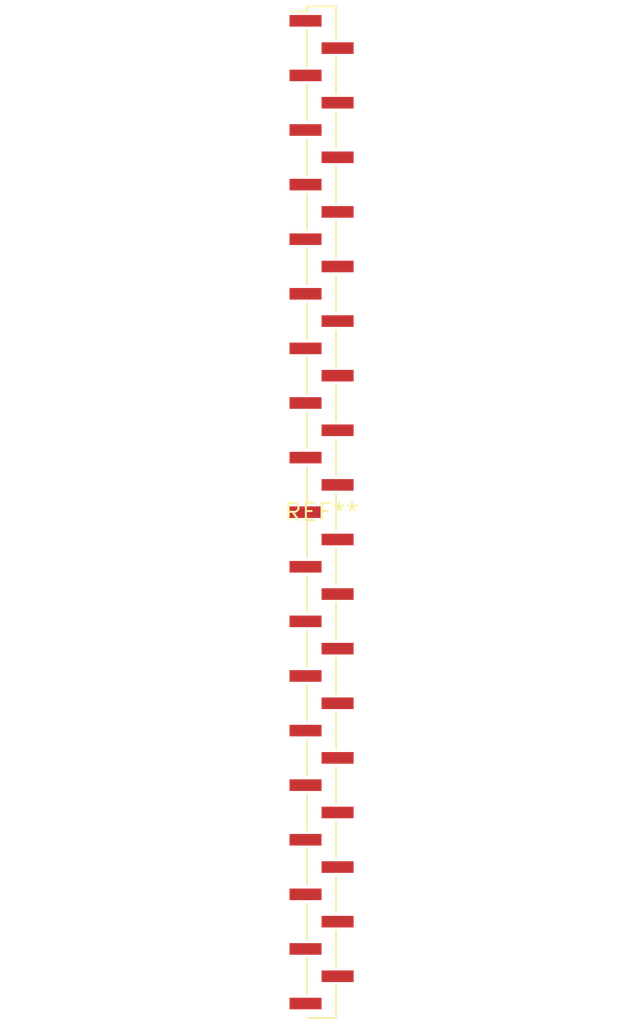
<source format=kicad_pcb>
(kicad_pcb (version 20240108) (generator pcbnew)
  (layers (0 "F.Cu" signal) (31 "B.Cu" signal) (34 "B.Paste" user) (35 "F.Paste" user) (36 "B.SilkS" user "B.Silkscreen") (37 "F.SilkS" user "F.Silkscreen") (38 "B.Mask" user) (39 "F.Mask" user) (44 "Edge.Cuts" user))
  (net 0 "")
  (footprint "PinHeader_1x37_P2.00mm_Vertical_SMD_Pin1Left" (layer "F.Cu") (at 0 0)
    (property "Reference" "REF**")
    (property "Value" "PinHeader_1x37_P2.00mm_Vertical_SMD_Pin1Left")
    (fp_line (start -1.06 -37.06) (end -1.06 -36.685) (layer "F.SilkS") (stroke (width 0.12)))
    (fp_line (start -1.06 -37.06) (end 1.06 -37.06) (layer "F.SilkS") (stroke (width 0.12)))
    (fp_line (start -1.06 -36.685) (end -2.29 -36.685) (layer "F.SilkS") (stroke (width 0.12)))
    (fp_line (start -1.06 -35.315) (end -1.06 -32.685) (layer "F.SilkS") (stroke (width 0.12)))
    (fp_line (start -1.06 -31.315) (end -1.06 -28.685) (layer "F.SilkS") (stroke (width 0.12)))
    (fp_line (start -1.06 -27.315) (end -1.06 -24.685) (layer "F.SilkS") (stroke (width 0.12)))
    (fp_line (start -1.06 -23.315) (end -1.06 -20.685) (layer "F.SilkS") (stroke (width 0.12)))
    (fp_line (start -1.06 -19.315) (end -1.06 -16.685) (layer "F.SilkS") (stroke (width 0.12)))
    (fp_line (start -1.06 -15.315) (end -1.06 -12.685) (layer "F.SilkS") (stroke (width 0.12)))
    (fp_line (start -1.06 -11.315) (end -1.06 -8.685) (layer "F.SilkS") (stroke (width 0.12)))
    (fp_line (start -1.06 -7.315) (end -1.06 -4.685) (layer "F.SilkS") (stroke (width 0.12)))
    (fp_line (start -1.06 -3.315) (end -1.06 -0.685) (layer "F.SilkS") (stroke (width 0.12)))
    (fp_line (start -1.06 0.685) (end -1.06 3.315) (layer "F.SilkS") (stroke (width 0.12)))
    (fp_line (start -1.06 4.685) (end -1.06 7.315) (layer "F.SilkS") (stroke (width 0.12)))
    (fp_line (start -1.06 8.685) (end -1.06 11.315) (layer "F.SilkS") (stroke (width 0.12)))
    (fp_line (start -1.06 12.685) (end -1.06 15.315) (layer "F.SilkS") (stroke (width 0.12)))
    (fp_line (start -1.06 16.685) (end -1.06 19.315) (layer "F.SilkS") (stroke (width 0.12)))
    (fp_line (start -1.06 20.685) (end -1.06 23.315) (layer "F.SilkS") (stroke (width 0.12)))
    (fp_line (start -1.06 24.685) (end -1.06 27.315) (layer "F.SilkS") (stroke (width 0.12)))
    (fp_line (start -1.06 28.685) (end -1.06 31.315) (layer "F.SilkS") (stroke (width 0.12)))
    (fp_line (start -1.06 32.685) (end -1.06 35.315) (layer "F.SilkS") (stroke (width 0.12)))
    (fp_line (start -1.06 37.06) (end 1.06 37.06) (layer "F.SilkS") (stroke (width 0.12)))
    (fp_line (start 1.06 -37.06) (end 1.06 -34.685) (layer "F.SilkS") (stroke (width 0.12)))
    (fp_line (start 1.06 -33.315) (end 1.06 -30.685) (layer "F.SilkS") (stroke (width 0.12)))
    (fp_line (start 1.06 -29.315) (end 1.06 -26.685) (layer "F.SilkS") (stroke (width 0.12)))
    (fp_line (start 1.06 -25.315) (end 1.06 -22.685) (layer "F.SilkS") (stroke (width 0.12)))
    (fp_line (start 1.06 -21.315) (end 1.06 -18.685) (layer "F.SilkS") (stroke (width 0.12)))
    (fp_line (start 1.06 -17.315) (end 1.06 -14.685) (layer "F.SilkS") (stroke (width 0.12)))
    (fp_line (start 1.06 -13.315) (end 1.06 -10.685) (layer "F.SilkS") (stroke (width 0.12)))
    (fp_line (start 1.06 -9.315) (end 1.06 -6.685) (layer "F.SilkS") (stroke (width 0.12)))
    (fp_line (start 1.06 -5.315) (end 1.06 -2.685) (layer "F.SilkS") (stroke (width 0.12)))
    (fp_line (start 1.06 -1.315) (end 1.06 1.315) (layer "F.SilkS") (stroke (width 0.12)))
    (fp_line (start 1.06 2.685) (end 1.06 5.315) (layer "F.SilkS") (stroke (width 0.12)))
    (fp_line (start 1.06 6.685) (end 1.06 9.315) (layer "F.SilkS") (stroke (width 0.12)))
    (fp_line (start 1.06 10.685) (end 1.06 13.315) (layer "F.SilkS") (stroke (width 0.12)))
    (fp_line (start 1.06 14.685) (end 1.06 17.315) (layer "F.SilkS") (stroke (width 0.12)))
    (fp_line (start 1.06 18.685) (end 1.06 21.315) (layer "F.SilkS") (stroke (width 0.12)))
    (fp_line (start 1.06 22.685) (end 1.06 25.315) (layer "F.SilkS") (stroke (width 0.12)))
    (fp_line (start 1.06 26.685) (end 1.06 29.315) (layer "F.SilkS") (stroke (width 0.12)))
    (fp_line (start 1.06 30.685) (end 1.06 33.315) (layer "F.SilkS") (stroke (width 0.12)))
    (fp_line (start 1.06 34.685) (end 1.06 37.06) (layer "F.SilkS") (stroke (width 0.12)))
    (fp_line (start 1.06 36.685) (end 1.06 37.06) (layer "F.SilkS") (stroke (width 0.12)))
    (pad "1" smd rect (at -1.175 -36) (size 2.35 0.85) (layers "F.Cu" "F.Paste" "F.Mask"))
    (pad "2" smd rect (at 1.175 -34) (size 2.35 0.85) (layers "F.Cu" "F.Paste" "F.Mask"))
    (pad "3" smd rect (at -1.175 -32) (size 2.35 0.85) (layers "F.Cu" "F.Paste" "F.Mask"))
    (pad "4" smd rect (at 1.175 -30) (size 2.35 0.85) (layers "F.Cu" "F.Paste" "F.Mask"))
    (pad "5" smd rect (at -1.175 -28) (size 2.35 0.85) (layers "F.Cu" "F.Paste" "F.Mask"))
    (pad "6" smd rect (at 1.175 -26) (size 2.35 0.85) (layers "F.Cu" "F.Paste" "F.Mask"))
    (pad "7" smd rect (at -1.175 -24) (size 2.35 0.85) (layers "F.Cu" "F.Paste" "F.Mask"))
    (pad "8" smd rect (at 1.175 -22) (size 2.35 0.85) (layers "F.Cu" "F.Paste" "F.Mask"))
    (pad "9" smd rect (at -1.175 -20) (size 2.35 0.85) (layers "F.Cu" "F.Paste" "F.Mask"))
    (pad "10" smd rect (at 1.175 -18) (size 2.35 0.85) (layers "F.Cu" "F.Paste" "F.Mask"))
    (pad "11" smd rect (at -1.175 -16) (size 2.35 0.85) (layers "F.Cu" "F.Paste" "F.Mask"))
    (pad "12" smd rect (at 1.175 -14) (size 2.35 0.85) (layers "F.Cu" "F.Paste" "F.Mask"))
    (pad "13" smd rect (at -1.175 -12) (size 2.35 0.85) (layers "F.Cu" "F.Paste" "F.Mask"))
    (pad "14" smd rect (at 1.175 -10) (size 2.35 0.85) (layers "F.Cu" "F.Paste" "F.Mask"))
    (pad "15" smd rect (at -1.175 -8) (size 2.35 0.85) (layers "F.Cu" "F.Paste" "F.Mask"))
    (pad "16" smd rect (at 1.175 -6) (size 2.35 0.85) (layers "F.Cu" "F.Paste" "F.Mask"))
    (pad "17" smd rect (at -1.175 -4) (size 2.35 0.85) (layers "F.Cu" "F.Paste" "F.Mask"))
    (pad "18" smd rect (at 1.175 -2) (size 2.35 0.85) (layers "F.Cu" "F.Paste" "F.Mask"))
    (pad "19" smd rect (at -1.175 0) (size 2.35 0.85) (layers "F.Cu" "F.Paste" "F.Mask"))
    (pad "20" smd rect (at 1.175 2) (size 2.35 0.85) (layers "F.Cu" "F.Paste" "F.Mask"))
    (pad "21" smd rect (at -1.175 4) (size 2.35 0.85) (layers "F.Cu" "F.Paste" "F.Mask"))
    (pad "22" smd rect (at 1.175 6) (size 2.35 0.85) (layers "F.Cu" "F.Paste" "F.Mask"))
    (pad "23" smd rect (at -1.175 8) (size 2.35 0.85) (layers "F.Cu" "F.Paste" "F.Mask"))
    (pad "24" smd rect (at 1.175 10) (size 2.35 0.85) (layers "F.Cu" "F.Paste" "F.Mask"))
    (pad "25" smd rect (at -1.175 12) (size 2.35 0.85) (layers "F.Cu" "F.Paste" "F.Mask"))
    (pad "26" smd rect (at 1.175 14) (size 2.35 0.85) (layers "F.Cu" "F.Paste" "F.Mask"))
    (pad "27" smd rect (at -1.175 16) (size 2.35 0.85) (layers "F.Cu" "F.Paste" "F.Mask"))
    (pad "28" smd rect (at 1.175 18) (size 2.35 0.85) (layers "F.Cu" "F.Paste" "F.Mask"))
    (pad "29" smd rect (at -1.175 20) (size 2.35 0.85) (layers "F.Cu" "F.Paste" "F.Mask"))
    (pad "30" smd rect (at 1.175 22) (size 2.35 0.85) (layers "F.Cu" "F.Paste" "F.Mask"))
    (pad "31" smd rect (at -1.175 24) (size 2.35 0.85) (layers "F.Cu" "F.Paste" "F.Mask"))
    (pad "32" smd rect (at 1.175 26) (size 2.35 0.85) (layers "F.Cu" "F.Paste" "F.Mask"))
    (pad "33" smd rect (at -1.175 28) (size 2.35 0.85) (layers "F.Cu" "F.Paste" "F.Mask"))
    (pad "34" smd rect (at 1.175 30) (size 2.35 0.85) (layers "F.Cu" "F.Paste" "F.Mask"))
    (pad "35" smd rect (at -1.175 32) (size 2.35 0.85) (layers "F.Cu" "F.Paste" "F.Mask"))
    (pad "36" smd rect (at 1.175 34) (size 2.35 0.85) (layers "F.Cu" "F.Paste" "F.Mask"))
    (pad "37" smd rect (at -1.175 36) (size 2.35 0.85) (layers "F.Cu" "F.Paste" "F.Mask"))
  )
)
</source>
